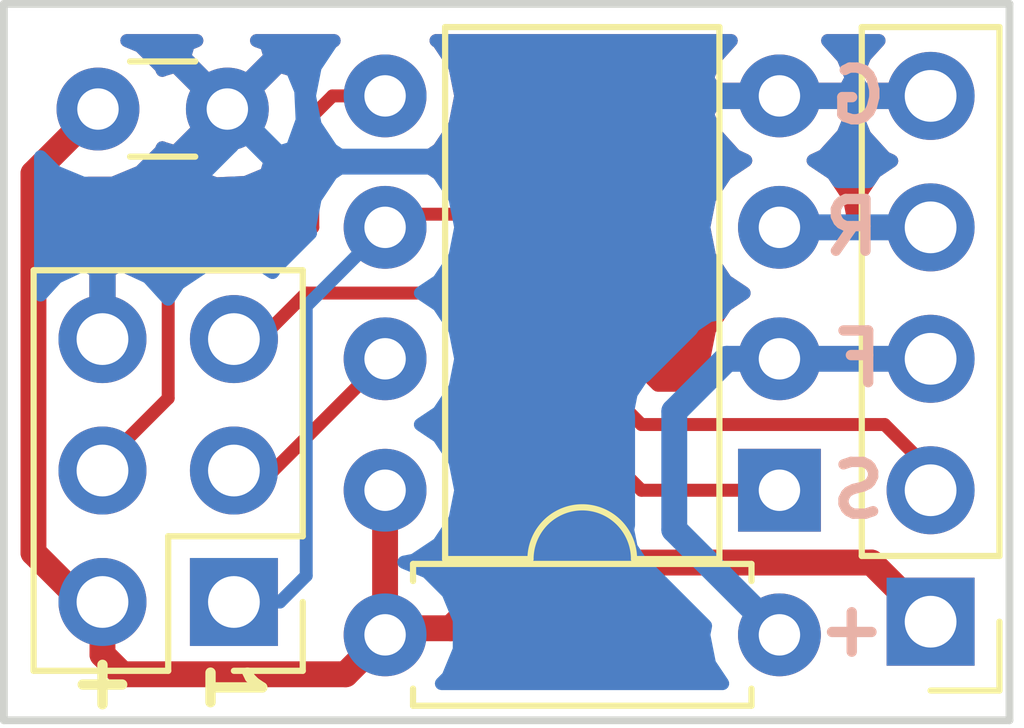
<source format=kicad_pcb>
(kicad_pcb (version 20171130) (host pcbnew 5.0.2+dfsg1-1)

  (general
    (thickness 1.6)
    (drawings 11)
    (tracks 57)
    (zones 0)
    (modules 5)
    (nets 9)
  )

  (page A4)
  (layers
    (0 F.Cu signal)
    (31 B.Cu signal)
    (32 B.Adhes user)
    (33 F.Adhes user)
    (34 B.Paste user)
    (35 F.Paste user)
    (36 B.SilkS user)
    (37 F.SilkS user)
    (38 B.Mask user)
    (39 F.Mask user)
    (40 Dwgs.User user)
    (41 Cmts.User user)
    (42 Eco1.User user)
    (43 Eco2.User user)
    (44 Edge.Cuts user)
    (45 Margin user)
    (46 B.CrtYd user)
    (47 F.CrtYd user)
    (48 B.Fab user)
    (49 F.Fab user)
  )

  (setup
    (last_trace_width 0.25)
    (user_trace_width 0.5)
    (trace_clearance 0.2)
    (zone_clearance 0.508)
    (zone_45_only no)
    (trace_min 0.2)
    (segment_width 0.2)
    (edge_width 0.15)
    (via_size 0.8)
    (via_drill 0.4)
    (via_min_size 0.4)
    (via_min_drill 0.3)
    (uvia_size 0.3)
    (uvia_drill 0.1)
    (uvias_allowed no)
    (uvia_min_size 0.2)
    (uvia_min_drill 0.1)
    (pcb_text_width 0.3)
    (pcb_text_size 1.5 1.5)
    (mod_edge_width 0.15)
    (mod_text_size 1 1)
    (mod_text_width 0.15)
    (pad_size 1.524 1.524)
    (pad_drill 0.762)
    (pad_to_mask_clearance 0.051)
    (solder_mask_min_width 0.25)
    (aux_axis_origin 0 0)
    (visible_elements FFFFFF7F)
    (pcbplotparams
      (layerselection 0x010fc_ffffffff)
      (usegerberextensions false)
      (usegerberattributes false)
      (usegerberadvancedattributes false)
      (creategerberjobfile false)
      (excludeedgelayer true)
      (linewidth 0.100000)
      (plotframeref false)
      (viasonmask false)
      (mode 1)
      (useauxorigin false)
      (hpglpennumber 1)
      (hpglpenspeed 20)
      (hpglpendiameter 15.000000)
      (psnegative false)
      (psa4output false)
      (plotreference true)
      (plotvalue true)
      (plotinvisibletext false)
      (padsonsilk false)
      (subtractmaskfromsilk false)
      (outputformat 1)
      (mirror false)
      (drillshape 1)
      (scaleselection 1)
      (outputdirectory ""))
  )

  (net 0 "")
  (net 1 GND)
  (net 2 "Net-(C1-Pad2)")
  (net 3 "Net-(J1-Pad2)")
  (net 4 "Net-(J1-Pad3)")
  (net 5 "Net-(J1-Pad4)")
  (net 6 "Net-(J2-Pad3)")
  (net 7 "Net-(J2-Pad4)")
  (net 8 "Net-(J2-Pad5)")

  (net_class Default "Dies ist die voreingestellte Netzklasse."
    (clearance 0.2)
    (trace_width 0.25)
    (via_dia 0.8)
    (via_drill 0.4)
    (uvia_dia 0.3)
    (uvia_drill 0.1)
    (add_net GND)
    (add_net "Net-(C1-Pad2)")
    (add_net "Net-(J1-Pad2)")
    (add_net "Net-(J1-Pad3)")
    (add_net "Net-(J1-Pad4)")
    (add_net "Net-(J2-Pad3)")
    (add_net "Net-(J2-Pad4)")
    (add_net "Net-(J2-Pad5)")
  )

  (module Package_DIP:DIP-8_W7.62mm (layer F.Cu) (tedit 5DE25070) (tstamp 5DE2530B)
    (at 112.268 79.883 180)
    (descr "8-lead though-hole mounted DIP package, row spacing 7.62 mm (300 mils)")
    (tags "THT DIP DIL PDIP 2.54mm 7.62mm 300mil")
    (path /5DE249C8)
    (fp_text reference U1 (at 3.81 -2.33 180) (layer F.SilkS) hide
      (effects (font (size 1 1) (thickness 0.15)))
    )
    (fp_text value ATtiny45-20PU (at 3.81 9.95 180) (layer F.Fab) hide
      (effects (font (size 1 1) (thickness 0.15)))
    )
    (fp_arc (start 3.81 -1.33) (end 2.81 -1.33) (angle -180) (layer F.SilkS) (width 0.12))
    (fp_line (start 1.635 -1.27) (end 6.985 -1.27) (layer F.Fab) (width 0.1))
    (fp_line (start 6.985 -1.27) (end 6.985 8.89) (layer F.Fab) (width 0.1))
    (fp_line (start 6.985 8.89) (end 0.635 8.89) (layer F.Fab) (width 0.1))
    (fp_line (start 0.635 8.89) (end 0.635 -0.27) (layer F.Fab) (width 0.1))
    (fp_line (start 0.635 -0.27) (end 1.635 -1.27) (layer F.Fab) (width 0.1))
    (fp_line (start 2.81 -1.33) (end 1.16 -1.33) (layer F.SilkS) (width 0.12))
    (fp_line (start 1.16 -1.33) (end 1.16 8.95) (layer F.SilkS) (width 0.12))
    (fp_line (start 1.16 8.95) (end 6.46 8.95) (layer F.SilkS) (width 0.12))
    (fp_line (start 6.46 8.95) (end 6.46 -1.33) (layer F.SilkS) (width 0.12))
    (fp_line (start 6.46 -1.33) (end 4.81 -1.33) (layer F.SilkS) (width 0.12))
    (fp_line (start -1.1 -1.55) (end -1.1 9.15) (layer F.CrtYd) (width 0.05))
    (fp_line (start -1.1 9.15) (end 8.7 9.15) (layer F.CrtYd) (width 0.05))
    (fp_line (start 8.7 9.15) (end 8.7 -1.55) (layer F.CrtYd) (width 0.05))
    (fp_line (start 8.7 -1.55) (end -1.1 -1.55) (layer F.CrtYd) (width 0.05))
    (fp_text user %R (at 3.81 3.81 180) (layer F.Fab) hide
      (effects (font (size 1 1) (thickness 0.15)))
    )
    (pad 1 thru_hole rect (at 0 0 180) (size 1.6 1.6) (drill 0.8) (layers *.Cu *.Mask)
      (net 8 "Net-(J2-Pad5)"))
    (pad 5 thru_hole oval (at 7.62 7.62 180) (size 1.6 1.6) (drill 0.8) (layers *.Cu *.Mask)
      (net 7 "Net-(J2-Pad4)"))
    (pad 2 thru_hole oval (at 0 2.54 180) (size 1.6 1.6) (drill 0.8) (layers *.Cu *.Mask)
      (net 4 "Net-(J1-Pad3)"))
    (pad 6 thru_hole oval (at 7.62 5.08 180) (size 1.6 1.6) (drill 0.8) (layers *.Cu *.Mask)
      (net 3 "Net-(J1-Pad2)"))
    (pad 3 thru_hole oval (at 0 5.08 180) (size 1.6 1.6) (drill 0.8) (layers *.Cu *.Mask)
      (net 5 "Net-(J1-Pad4)"))
    (pad 7 thru_hole oval (at 7.62 2.54 180) (size 1.6 1.6) (drill 0.8) (layers *.Cu *.Mask)
      (net 6 "Net-(J2-Pad3)"))
    (pad 4 thru_hole oval (at 0 7.62 180) (size 1.6 1.6) (drill 0.8) (layers *.Cu *.Mask)
      (net 1 GND))
    (pad 8 thru_hole oval (at 7.62 0 180) (size 1.6 1.6) (drill 0.8) (layers *.Cu *.Mask)
      (net 2 "Net-(C1-Pad2)"))
    (model ${KISYS3DMOD}/Package_DIP.3dshapes/DIP-8_W7.62mm.wrl
      (at (xyz 0 0 0))
      (scale (xyz 1 1 1))
      (rotate (xyz 0 0 0))
    )
  )

  (module Capacitor_THT:C_Disc_D3.0mm_W1.6mm_P2.50mm (layer F.Cu) (tedit 5DE25066) (tstamp 5DE252BF)
    (at 101.6 72.517 180)
    (descr "C, Disc series, Radial, pin pitch=2.50mm, , diameter*width=3.0*1.6mm^2, Capacitor, http://www.vishay.com/docs/45233/krseries.pdf")
    (tags "C Disc series Radial pin pitch 2.50mm  diameter 3.0mm width 1.6mm Capacitor")
    (path /5DE24E1B)
    (fp_text reference C1 (at 1.25 -2.05 180) (layer F.SilkS) hide
      (effects (font (size 1 1) (thickness 0.15)))
    )
    (fp_text value 47nF (at 1.25 2.05 180) (layer F.Fab) hide
      (effects (font (size 1 1) (thickness 0.15)))
    )
    (fp_line (start -0.25 -0.8) (end -0.25 0.8) (layer F.Fab) (width 0.1))
    (fp_line (start -0.25 0.8) (end 2.75 0.8) (layer F.Fab) (width 0.1))
    (fp_line (start 2.75 0.8) (end 2.75 -0.8) (layer F.Fab) (width 0.1))
    (fp_line (start 2.75 -0.8) (end -0.25 -0.8) (layer F.Fab) (width 0.1))
    (fp_line (start 0.621 -0.92) (end 1.879 -0.92) (layer F.SilkS) (width 0.12))
    (fp_line (start 0.621 0.92) (end 1.879 0.92) (layer F.SilkS) (width 0.12))
    (fp_line (start -1.05 -1.05) (end -1.05 1.05) (layer F.CrtYd) (width 0.05))
    (fp_line (start -1.05 1.05) (end 3.55 1.05) (layer F.CrtYd) (width 0.05))
    (fp_line (start 3.55 1.05) (end 3.55 -1.05) (layer F.CrtYd) (width 0.05))
    (fp_line (start 3.55 -1.05) (end -1.05 -1.05) (layer F.CrtYd) (width 0.05))
    (fp_text user %R (at 1.25 0 180) (layer F.Fab) hide
      (effects (font (size 0.6 0.6) (thickness 0.09)))
    )
    (pad 1 thru_hole circle (at 0 0 180) (size 1.6 1.6) (drill 0.8) (layers *.Cu *.Mask)
      (net 1 GND))
    (pad 2 thru_hole circle (at 2.5 0 180) (size 1.6 1.6) (drill 0.8) (layers *.Cu *.Mask)
      (net 2 "Net-(C1-Pad2)"))
    (model ${KISYS3DMOD}/Capacitor_THT.3dshapes/C_Disc_D3.0mm_W1.6mm_P2.50mm.wrl
      (at (xyz 0 0 0))
      (scale (xyz 1 1 1))
      (rotate (xyz 0 0 0))
    )
  )

  (module Connector_PinHeader_2.54mm:PinHeader_1x05_P2.54mm_Vertical (layer F.Cu) (tedit 5DE25093) (tstamp 5DE252D8)
    (at 115.189 82.423 180)
    (descr "Through hole straight pin header, 1x05, 2.54mm pitch, single row")
    (tags "Through hole pin header THT 1x05 2.54mm single row")
    (path /5DE24AD1)
    (fp_text reference J1 (at 0 -2.33 180) (layer F.SilkS) hide
      (effects (font (size 1 1) (thickness 0.15)))
    )
    (fp_text value Conn_01x05_Male (at 0 12.49 180) (layer F.Fab) hide
      (effects (font (size 1 1) (thickness 0.15)))
    )
    (fp_line (start -0.635 -1.27) (end 1.27 -1.27) (layer F.Fab) (width 0.1))
    (fp_line (start 1.27 -1.27) (end 1.27 11.43) (layer F.Fab) (width 0.1))
    (fp_line (start 1.27 11.43) (end -1.27 11.43) (layer F.Fab) (width 0.1))
    (fp_line (start -1.27 11.43) (end -1.27 -0.635) (layer F.Fab) (width 0.1))
    (fp_line (start -1.27 -0.635) (end -0.635 -1.27) (layer F.Fab) (width 0.1))
    (fp_line (start -1.33 11.49) (end 1.33 11.49) (layer F.SilkS) (width 0.12))
    (fp_line (start -1.33 1.27) (end -1.33 11.49) (layer F.SilkS) (width 0.12))
    (fp_line (start 1.33 1.27) (end 1.33 11.49) (layer F.SilkS) (width 0.12))
    (fp_line (start -1.33 1.27) (end 1.33 1.27) (layer F.SilkS) (width 0.12))
    (fp_line (start -1.33 0) (end -1.33 -1.33) (layer F.SilkS) (width 0.12))
    (fp_line (start -1.33 -1.33) (end 0 -1.33) (layer F.SilkS) (width 0.12))
    (fp_line (start -1.8 -1.8) (end -1.8 11.95) (layer F.CrtYd) (width 0.05))
    (fp_line (start -1.8 11.95) (end 1.8 11.95) (layer F.CrtYd) (width 0.05))
    (fp_line (start 1.8 11.95) (end 1.8 -1.8) (layer F.CrtYd) (width 0.05))
    (fp_line (start 1.8 -1.8) (end -1.8 -1.8) (layer F.CrtYd) (width 0.05))
    (fp_text user %R (at 0 5.08 270) (layer F.Fab) hide
      (effects (font (size 1 1) (thickness 0.15)))
    )
    (pad 1 thru_hole rect (at 0 0 180) (size 1.7 1.7) (drill 1) (layers *.Cu *.Mask)
      (net 2 "Net-(C1-Pad2)"))
    (pad 2 thru_hole oval (at 0 2.54 180) (size 1.7 1.7) (drill 1) (layers *.Cu *.Mask)
      (net 3 "Net-(J1-Pad2)"))
    (pad 3 thru_hole oval (at 0 5.08 180) (size 1.7 1.7) (drill 1) (layers *.Cu *.Mask)
      (net 4 "Net-(J1-Pad3)"))
    (pad 4 thru_hole oval (at 0 7.62 180) (size 1.7 1.7) (drill 1) (layers *.Cu *.Mask)
      (net 5 "Net-(J1-Pad4)"))
    (pad 5 thru_hole oval (at 0 10.16 180) (size 1.7 1.7) (drill 1) (layers *.Cu *.Mask)
      (net 1 GND))
    (model ${KISYS3DMOD}/Connector_PinHeader_2.54mm.3dshapes/PinHeader_1x05_P2.54mm_Vertical.wrl
      (at (xyz 0 0 0))
      (scale (xyz 1 1 1))
      (rotate (xyz 0 0 0))
    )
  )

  (module Resistor_THT:R_Axial_DIN0207_L6.3mm_D2.5mm_P7.62mm_Horizontal (layer F.Cu) (tedit 5DE25061) (tstamp 5DE252EF)
    (at 104.648 82.677)
    (descr "Resistor, Axial_DIN0207 series, Axial, Horizontal, pin pitch=7.62mm, 0.25W = 1/4W, length*diameter=6.3*2.5mm^2, http://cdn-reichelt.de/documents/datenblatt/B400/1_4W%23YAG.pdf")
    (tags "Resistor Axial_DIN0207 series Axial Horizontal pin pitch 7.62mm 0.25W = 1/4W length 6.3mm diameter 2.5mm")
    (path /5DE24CCE)
    (fp_text reference R1 (at 3.81 -2.37) (layer F.SilkS) hide
      (effects (font (size 1 1) (thickness 0.15)))
    )
    (fp_text value 10k (at 3.81 2.37) (layer F.Fab) hide
      (effects (font (size 1 1) (thickness 0.15)))
    )
    (fp_line (start 0.66 -1.25) (end 0.66 1.25) (layer F.Fab) (width 0.1))
    (fp_line (start 0.66 1.25) (end 6.96 1.25) (layer F.Fab) (width 0.1))
    (fp_line (start 6.96 1.25) (end 6.96 -1.25) (layer F.Fab) (width 0.1))
    (fp_line (start 6.96 -1.25) (end 0.66 -1.25) (layer F.Fab) (width 0.1))
    (fp_line (start 0 0) (end 0.66 0) (layer F.Fab) (width 0.1))
    (fp_line (start 7.62 0) (end 6.96 0) (layer F.Fab) (width 0.1))
    (fp_line (start 0.54 -1.04) (end 0.54 -1.37) (layer F.SilkS) (width 0.12))
    (fp_line (start 0.54 -1.37) (end 7.08 -1.37) (layer F.SilkS) (width 0.12))
    (fp_line (start 7.08 -1.37) (end 7.08 -1.04) (layer F.SilkS) (width 0.12))
    (fp_line (start 0.54 1.04) (end 0.54 1.37) (layer F.SilkS) (width 0.12))
    (fp_line (start 0.54 1.37) (end 7.08 1.37) (layer F.SilkS) (width 0.12))
    (fp_line (start 7.08 1.37) (end 7.08 1.04) (layer F.SilkS) (width 0.12))
    (fp_line (start -1.05 -1.5) (end -1.05 1.5) (layer F.CrtYd) (width 0.05))
    (fp_line (start -1.05 1.5) (end 8.67 1.5) (layer F.CrtYd) (width 0.05))
    (fp_line (start 8.67 1.5) (end 8.67 -1.5) (layer F.CrtYd) (width 0.05))
    (fp_line (start 8.67 -1.5) (end -1.05 -1.5) (layer F.CrtYd) (width 0.05))
    (fp_text user %R (at 3.81 0) (layer F.Fab) hide
      (effects (font (size 1 1) (thickness 0.15)))
    )
    (pad 1 thru_hole circle (at 0 0) (size 1.6 1.6) (drill 0.8) (layers *.Cu *.Mask)
      (net 2 "Net-(C1-Pad2)"))
    (pad 2 thru_hole oval (at 7.62 0) (size 1.6 1.6) (drill 0.8) (layers *.Cu *.Mask)
      (net 4 "Net-(J1-Pad3)"))
    (model ${KISYS3DMOD}/Resistor_THT.3dshapes/R_Axial_DIN0207_L6.3mm_D2.5mm_P7.62mm_Horizontal.wrl
      (at (xyz 0 0 0))
      (scale (xyz 1 1 1))
      (rotate (xyz 0 0 0))
    )
  )

  (module Connector_PinHeader_2.54mm:PinHeader_2x03_P2.54mm_Vertical (layer F.Cu) (tedit 5DE28A41) (tstamp 5DE2909D)
    (at 101.727 82.042 180)
    (descr "Through hole straight pin header, 2x03, 2.54mm pitch, double rows")
    (tags "Through hole pin header THT 2x03 2.54mm double row")
    (path /5DE26AC8)
    (fp_text reference J2 (at 1.27 -2.33 180) (layer F.SilkS) hide
      (effects (font (size 1 1) (thickness 0.15)))
    )
    (fp_text value AVR-ISP-6 (at 1.27 7.41 180) (layer F.Fab) hide
      (effects (font (size 1 1) (thickness 0.15)))
    )
    (fp_line (start 0 -1.27) (end 3.81 -1.27) (layer F.Fab) (width 0.1))
    (fp_line (start 3.81 -1.27) (end 3.81 6.35) (layer F.Fab) (width 0.1))
    (fp_line (start 3.81 6.35) (end -1.27 6.35) (layer F.Fab) (width 0.1))
    (fp_line (start -1.27 6.35) (end -1.27 0) (layer F.Fab) (width 0.1))
    (fp_line (start -1.27 0) (end 0 -1.27) (layer F.Fab) (width 0.1))
    (fp_line (start -1.33 6.41) (end 3.87 6.41) (layer F.SilkS) (width 0.12))
    (fp_line (start -1.33 1.27) (end -1.33 6.41) (layer F.SilkS) (width 0.12))
    (fp_line (start 3.87 -1.33) (end 3.87 6.41) (layer F.SilkS) (width 0.12))
    (fp_line (start -1.33 1.27) (end 1.27 1.27) (layer F.SilkS) (width 0.12))
    (fp_line (start 1.27 1.27) (end 1.27 -1.33) (layer F.SilkS) (width 0.12))
    (fp_line (start 1.27 -1.33) (end 3.87 -1.33) (layer F.SilkS) (width 0.12))
    (fp_line (start -1.33 0) (end -1.33 -1.33) (layer F.SilkS) (width 0.12))
    (fp_line (start -1.33 -1.33) (end 0 -1.33) (layer F.SilkS) (width 0.12))
    (fp_line (start -1.8 -1.8) (end -1.8 6.85) (layer F.CrtYd) (width 0.05))
    (fp_line (start -1.8 6.85) (end 4.35 6.85) (layer F.CrtYd) (width 0.05))
    (fp_line (start 4.35 6.85) (end 4.35 -1.8) (layer F.CrtYd) (width 0.05))
    (fp_line (start 4.35 -1.8) (end -1.8 -1.8) (layer F.CrtYd) (width 0.05))
    (fp_text user %R (at 1.27 2.54 270) (layer F.Fab) hide
      (effects (font (size 1 1) (thickness 0.15)))
    )
    (pad 1 thru_hole rect (at 0 0 180) (size 1.7 1.7) (drill 1) (layers *.Cu *.Mask)
      (net 3 "Net-(J1-Pad2)"))
    (pad 2 thru_hole oval (at 2.54 0 180) (size 1.7 1.7) (drill 1) (layers *.Cu *.Mask)
      (net 2 "Net-(C1-Pad2)"))
    (pad 3 thru_hole oval (at 0 2.54 180) (size 1.7 1.7) (drill 1) (layers *.Cu *.Mask)
      (net 6 "Net-(J2-Pad3)"))
    (pad 4 thru_hole oval (at 2.54 2.54 180) (size 1.7 1.7) (drill 1) (layers *.Cu *.Mask)
      (net 7 "Net-(J2-Pad4)"))
    (pad 5 thru_hole oval (at 0 5.08 180) (size 1.7 1.7) (drill 1) (layers *.Cu *.Mask)
      (net 8 "Net-(J2-Pad5)"))
    (pad 6 thru_hole oval (at 2.54 5.08 180) (size 1.7 1.7) (drill 1) (layers *.Cu *.Mask)
      (net 1 GND))
    (model ${KISYS3DMOD}/Connector_PinHeader_2.54mm.3dshapes/PinHeader_2x03_P2.54mm_Vertical.wrl
      (at (xyz 0 0 0))
      (scale (xyz 1 1 1))
      (rotate (xyz 0 0 0))
    )
  )

  (gr_line (start 97.282 70.485) (end 97.282 84.328) (angle 90) (layer Edge.Cuts) (width 0.15))
  (gr_line (start 116.713 70.485) (end 116.713 84.328) (angle 90) (layer Edge.Cuts) (width 0.15))
  (gr_line (start 97.282 84.328) (end 116.713 84.328) (angle 90) (layer Edge.Cuts) (width 0.15))
  (gr_line (start 97.282 70.485) (end 116.713 70.485) (angle 90) (layer Edge.Cuts) (width 0.15))
  (gr_text + (at 99.187 83.566) (layer F.SilkS)
    (effects (font (size 1 1) (thickness 0.2)))
  )
  (gr_text 1 (at 101.727 83.693 270) (layer F.SilkS)
    (effects (font (size 1 1) (thickness 0.2)))
  )
  (gr_text R (at 114.3 74.803) (layer B.SilkS)
    (effects (font (size 1 1) (thickness 0.2)) (justify left mirror))
  )
  (gr_text F (at 113.792 77.343) (layer B.SilkS)
    (effects (font (size 1 1) (thickness 0.2)) (justify mirror))
  )
  (gr_text S (at 113.792 79.883) (layer B.SilkS) (tstamp 5DFD02C7)
    (effects (font (size 1 1) (thickness 0.2)) (justify mirror))
  )
  (gr_text G (at 113.792 72.263) (layer B.SilkS)
    (effects (font (size 1 1) (thickness 0.2)) (justify mirror))
  )
  (gr_text + (at 113.665 82.55) (layer B.SilkS)
    (effects (font (size 1 1) (thickness 0.2)) (justify mirror))
  )

  (segment (start 112.268 72.263) (end 115.189 72.263) (width 0.5) (layer B.Cu) (net 1) (status C00000))
  (segment (start 115.189 72.263) (end 115.189 72.263) (width 0.5) (layer B.Cu) (net 1) (tstamp 5DEE8395) (status C00000))
  (segment (start 112.268 72.263) (end 109.474 72.263) (width 0.5) (layer B.Cu) (net 1) (status 400000))
  (segment (start 102.616 73.533) (end 101.6 72.517) (width 0.5) (layer B.Cu) (net 1) (tstamp 5DFD0047) (status 800000))
  (segment (start 108.204 73.533) (end 102.616 73.533) (width 0.5) (layer B.Cu) (net 1) (tstamp 5DFD0046))
  (segment (start 109.474 72.263) (end 108.204 73.533) (width 0.5) (layer B.Cu) (net 1) (tstamp 5DFD0045))
  (segment (start 99.187 76.962) (end 99.187 75.565) (width 0.5) (layer B.Cu) (net 1) (status 400000))
  (segment (start 101.6 73.152) (end 101.6 72.517) (width 0.5) (layer B.Cu) (net 1) (tstamp 5DFD004B) (status C00000))
  (segment (start 99.187 75.565) (end 101.6 73.152) (width 0.5) (layer B.Cu) (net 1) (tstamp 5DFD004A) (status 800000))
  (segment (start 104.648 82.677) (end 104.648 79.629) (width 0.5) (layer F.Cu) (net 2) (status 400000))
  (segment (start 104.648 82.55) (end 105.918 82.55) (width 0.5) (layer F.Cu) (net 2) (status 400000))
  (segment (start 114.046 81.28) (end 115.189 82.423) (width 0.5) (layer F.Cu) (net 2) (tstamp 5DEEA00E) (status 800000))
  (segment (start 107.188 81.28) (end 114.046 81.28) (width 0.5) (layer F.Cu) (net 2) (tstamp 5DEEA00D))
  (segment (start 105.918 82.55) (end 107.188 81.28) (width 0.5) (layer F.Cu) (net 2) (tstamp 5DEEA00C))
  (segment (start 99.187 82.042) (end 99.187 83.058) (width 0.5) (layer F.Cu) (net 2) (status 400000))
  (segment (start 103.886 83.439) (end 104.648 82.677) (width 0.5) (layer F.Cu) (net 2) (tstamp 5DEEAAE3) (status 800000))
  (segment (start 99.568 83.439) (end 103.886 83.439) (width 0.5) (layer F.Cu) (net 2) (tstamp 5DEEAAE2))
  (segment (start 99.187 83.058) (end 99.568 83.439) (width 0.5) (layer F.Cu) (net 2) (tstamp 5DEEAAE1))
  (segment (start 99.187 82.042) (end 98.806 82.042) (width 0.5) (layer F.Cu) (net 2) (status C00000))
  (segment (start 97.8535 73.7635) (end 99.1 72.517) (width 0.5) (layer F.Cu) (net 2) (tstamp 5DFD0050) (status 800000))
  (segment (start 97.8535 81.0895) (end 97.8535 73.7635) (width 0.5) (layer F.Cu) (net 2) (tstamp 5DFD004F))
  (segment (start 98.806 82.042) (end 97.8535 81.0895) (width 0.5) (layer F.Cu) (net 2) (tstamp 5DFD004E))
  (segment (start 115.189 79.883) (end 115.189 79.502) (width 0.25) (layer F.Cu) (net 3) (status C00000))
  (segment (start 106.553 74.549) (end 104.648 74.549) (width 0.25) (layer F.Cu) (net 3) (tstamp 5DEEA029) (status 800000))
  (segment (start 107.442 75.438) (end 106.553 74.549) (width 0.25) (layer F.Cu) (net 3) (tstamp 5DEEA028))
  (segment (start 107.442 76.454) (end 107.442 75.438) (width 0.25) (layer F.Cu) (net 3) (tstamp 5DEEA026))
  (segment (start 109.601 78.613) (end 107.442 76.454) (width 0.25) (layer F.Cu) (net 3) (tstamp 5DEEA024))
  (segment (start 114.3 78.613) (end 109.601 78.613) (width 0.25) (layer F.Cu) (net 3) (tstamp 5DEEA022))
  (segment (start 115.189 79.502) (end 114.3 78.613) (width 0.25) (layer F.Cu) (net 3) (tstamp 5DEEA021))
  (segment (start 101.727 82.042) (end 102.616 82.042) (width 0.25) (layer B.Cu) (net 3) (status 400000))
  (segment (start 103.124 76.327) (end 104.648 74.803) (width 0.25) (layer B.Cu) (net 3) (tstamp 5DEEAB07) (status 800000))
  (segment (start 103.124 81.534) (end 103.124 76.327) (width 0.25) (layer B.Cu) (net 3) (tstamp 5DEEAB06))
  (segment (start 102.616 82.042) (end 103.124 81.534) (width 0.25) (layer B.Cu) (net 3) (tstamp 5DEEAB05))
  (segment (start 112.268 77.343) (end 115.189 77.343) (width 0.5) (layer B.Cu) (net 4) (status C00000))
  (segment (start 115.189 77.343) (end 115.189 77.343) (width 0.5) (layer B.Cu) (net 4) (tstamp 5DEE839B) (status C00000))
  (segment (start 112.268 77.343) (end 111.252 77.343) (width 0.5) (layer B.Cu) (net 4) (status 400000))
  (segment (start 110.236 80.645) (end 112.268 82.677) (width 0.5) (layer B.Cu) (net 4) (tstamp 5DFD0AA3) (status 800000))
  (segment (start 110.236 78.359) (end 110.236 80.645) (width 0.5) (layer B.Cu) (net 4) (tstamp 5DFD0AA2))
  (segment (start 111.252 77.343) (end 110.236 78.359) (width 0.5) (layer B.Cu) (net 4) (tstamp 5DFD0AA1))
  (segment (start 112.268 74.803) (end 115.189 74.803) (width 0.5) (layer B.Cu) (net 5) (status C00000))
  (segment (start 115.189 74.803) (end 115.189 74.803) (width 0.5) (layer B.Cu) (net 5) (tstamp 5DEE8398) (status C00000))
  (segment (start 101.727 79.502) (end 102.489 79.502) (width 0.25) (layer F.Cu) (net 6) (status 400000))
  (segment (start 102.489 79.502) (end 104.648 77.343) (width 0.25) (layer F.Cu) (net 6) (tstamp 5DEEAB02) (status 800000))
  (segment (start 99.187 79.502) (end 99.187 79.375) (width 0.25) (layer F.Cu) (net 7) (status C00000))
  (segment (start 103.632 72.263) (end 104.648 72.263) (width 0.25) (layer F.Cu) (net 7) (tstamp 5DEEAAF6) (status 800000))
  (segment (start 103.251 72.644) (end 103.632 72.263) (width 0.25) (layer F.Cu) (net 7) (tstamp 5DEEAAF5))
  (segment (start 103.251 74.803) (end 103.251 72.644) (width 0.25) (layer F.Cu) (net 7) (tstamp 5DEEAAF4))
  (segment (start 102.489 75.565) (end 103.251 74.803) (width 0.25) (layer F.Cu) (net 7) (tstamp 5DEEAAF3))
  (segment (start 100.838 75.565) (end 102.489 75.565) (width 0.25) (layer F.Cu) (net 7) (tstamp 5DEEAAF2))
  (segment (start 100.457 75.946) (end 100.838 75.565) (width 0.25) (layer F.Cu) (net 7) (tstamp 5DEEAAF1))
  (segment (start 100.457 78.105) (end 100.457 75.946) (width 0.25) (layer F.Cu) (net 7) (tstamp 5DEEAAEF))
  (segment (start 99.187 79.375) (end 100.457 78.105) (width 0.25) (layer F.Cu) (net 7) (tstamp 5DEEAAEE) (status 400000))
  (segment (start 101.727 76.962) (end 102.235 76.962) (width 0.25) (layer F.Cu) (net 8) (status C00000))
  (segment (start 109.601 79.883) (end 112.268 79.883) (width 0.25) (layer F.Cu) (net 8) (tstamp 5DEEAAFE) (status 800000))
  (segment (start 105.791 76.073) (end 109.601 79.883) (width 0.25) (layer F.Cu) (net 8) (tstamp 5DEEAAFC))
  (segment (start 103.124 76.073) (end 105.791 76.073) (width 0.25) (layer F.Cu) (net 8) (tstamp 5DEEAAFA))
  (segment (start 102.235 76.962) (end 103.124 76.073) (width 0.25) (layer F.Cu) (net 8) (tstamp 5DEEAAF9))

  (zone (net 1) (net_name GND) (layer B.Cu) (tstamp 5DFD0AD7) (hatch edge 0.508)
    (connect_pads (clearance 0.508))
    (min_thickness 0.254)
    (fill yes (arc_segments 16) (thermal_gap 0.508) (thermal_bridge_width 0.508))
    (polygon
      (pts
        (xy 116.586 84.328) (xy 97.282 84.328) (xy 97.282 70.485) (xy 116.586 70.485)
      )
    )
    (filled_polygon
      (pts
        (xy 111.036959 71.525577) (xy 110.876096 71.913961) (xy 110.998085 72.136) (xy 112.141 72.136) (xy 112.141 72.116)
        (xy 112.395 72.116) (xy 112.395 72.136) (xy 113.537915 72.136) (xy 113.659904 71.913961) (xy 113.499041 71.525577)
        (xy 113.19958 71.195) (xy 114.191736 71.195) (xy 113.917355 71.496076) (xy 113.747524 71.90611) (xy 113.868845 72.136)
        (xy 115.062 72.136) (xy 115.062 72.116) (xy 115.316 72.116) (xy 115.316 72.136) (xy 115.336 72.136)
        (xy 115.336 72.39) (xy 115.316 72.39) (xy 115.316 72.41) (xy 115.062 72.41) (xy 115.062 72.39)
        (xy 113.868845 72.39) (xy 113.747524 72.61989) (xy 113.917355 73.029924) (xy 114.307642 73.458183) (xy 114.437478 73.519157)
        (xy 114.118375 73.732375) (xy 113.994344 73.918) (xy 113.402521 73.918) (xy 113.302577 73.768423) (xy 112.918892 73.512053)
        (xy 113.123134 73.415389) (xy 113.499041 73.000423) (xy 113.659904 72.612039) (xy 113.537915 72.39) (xy 112.395 72.39)
        (xy 112.395 72.41) (xy 112.141 72.41) (xy 112.141 72.39) (xy 110.998085 72.39) (xy 110.876096 72.612039)
        (xy 111.036959 73.000423) (xy 111.412866 73.415389) (xy 111.617108 73.512053) (xy 111.233423 73.768423) (xy 110.91626 74.243091)
        (xy 110.804887 74.803) (xy 110.91626 75.362909) (xy 111.233423 75.837577) (xy 111.585758 76.073) (xy 111.233423 76.308423)
        (xy 111.128673 76.465193) (xy 110.90669 76.509348) (xy 110.687845 76.655576) (xy 110.687844 76.655577) (xy 110.613951 76.704951)
        (xy 110.564577 76.778844) (xy 109.671847 77.671575) (xy 109.597951 77.720951) (xy 109.402348 78.013691) (xy 109.351 78.271836)
        (xy 109.351 78.271839) (xy 109.333663 78.359) (xy 109.351 78.446161) (xy 109.351001 80.557835) (xy 109.333663 80.645)
        (xy 109.402348 80.990309) (xy 109.548576 81.209154) (xy 109.548578 81.209156) (xy 109.597952 81.283049) (xy 109.671845 81.332423)
        (xy 110.839983 82.500561) (xy 110.804887 82.677) (xy 110.91626 83.236909) (xy 111.170897 83.618) (xy 105.736396 83.618)
        (xy 105.864534 83.489862) (xy 106.083 82.962439) (xy 106.083 82.391561) (xy 105.864534 81.864138) (xy 105.460862 81.460466)
        (xy 105.010643 81.273979) (xy 105.207909 81.23474) (xy 105.682577 80.917577) (xy 105.99974 80.442909) (xy 106.111113 79.883)
        (xy 105.99974 79.323091) (xy 105.682577 78.848423) (xy 105.330242 78.613) (xy 105.682577 78.377577) (xy 105.99974 77.902909)
        (xy 106.111113 77.343) (xy 105.99974 76.783091) (xy 105.682577 76.308423) (xy 105.330242 76.073) (xy 105.682577 75.837577)
        (xy 105.99974 75.362909) (xy 106.111113 74.803) (xy 105.99974 74.243091) (xy 105.682577 73.768423) (xy 105.330242 73.533)
        (xy 105.682577 73.297577) (xy 105.99974 72.822909) (xy 106.111113 72.263) (xy 105.99974 71.703091) (xy 105.682577 71.228423)
        (xy 105.632556 71.195) (xy 111.33642 71.195)
      )
    )
    (filled_polygon
      (pts
        (xy 100.845995 71.263136) (xy 100.771861 71.509255) (xy 101.6 72.337395) (xy 102.428139 71.509255) (xy 102.354005 71.263136)
        (xy 102.164443 71.195) (xy 103.663444 71.195) (xy 103.613423 71.228423) (xy 103.29626 71.703091) (xy 103.184887 72.263)
        (xy 103.29626 72.822909) (xy 103.613423 73.297577) (xy 103.965758 73.533) (xy 103.613423 73.768423) (xy 103.29626 74.243091)
        (xy 103.184887 74.803) (xy 103.207171 74.915027) (xy 102.639528 75.482671) (xy 102.576072 75.525071) (xy 102.533672 75.588527)
        (xy 102.533671 75.588528) (xy 102.475246 75.675968) (xy 102.306418 75.563161) (xy 101.873256 75.477) (xy 101.580744 75.477)
        (xy 101.147582 75.563161) (xy 100.656375 75.891375) (xy 100.455647 76.191786) (xy 100.068358 75.766817) (xy 99.543892 75.520514)
        (xy 99.314 75.641181) (xy 99.314 76.835) (xy 99.334 76.835) (xy 99.334 77.089) (xy 99.314 77.089)
        (xy 99.314 77.109) (xy 99.06 77.109) (xy 99.06 77.089) (xy 99.04 77.089) (xy 99.04 76.835)
        (xy 99.06 76.835) (xy 99.06 75.641181) (xy 98.830108 75.520514) (xy 98.305642 75.766817) (xy 97.992 76.110974)
        (xy 97.992 73.438396) (xy 98.287138 73.733534) (xy 98.814561 73.952) (xy 99.385439 73.952) (xy 99.912862 73.733534)
        (xy 100.121651 73.524745) (xy 100.771861 73.524745) (xy 100.845995 73.770864) (xy 101.383223 73.963965) (xy 101.953454 73.936778)
        (xy 102.354005 73.770864) (xy 102.428139 73.524745) (xy 101.6 72.696605) (xy 100.771861 73.524745) (xy 100.121651 73.524745)
        (xy 100.316534 73.329862) (xy 100.343525 73.264701) (xy 100.346136 73.271005) (xy 100.592255 73.345139) (xy 101.420395 72.517)
        (xy 101.779605 72.517) (xy 102.607745 73.345139) (xy 102.853864 73.271005) (xy 103.046965 72.733777) (xy 103.019778 72.163546)
        (xy 102.853864 71.762995) (xy 102.607745 71.688861) (xy 101.779605 72.517) (xy 101.420395 72.517) (xy 100.592255 71.688861)
        (xy 100.346136 71.762995) (xy 100.34371 71.769746) (xy 100.316534 71.704138) (xy 99.912862 71.300466) (xy 99.658245 71.195)
        (xy 101.01049 71.195)
      )
    )
  )
  (zone (net 1) (net_name GND) (layer F.Cu) (tstamp 5DFD0AD4) (hatch edge 0.508)
    (connect_pads (clearance 0.508))
    (min_thickness 0.254)
    (fill yes (arc_segments 16) (thermal_gap 0.508) (thermal_bridge_width 0.508))
    (polygon
      (pts
        (xy 116.586 84.328) (xy 97.282 84.328) (xy 97.282 70.485) (xy 116.586 70.485)
      )
    )
    (filled_polygon
      (pts
        (xy 111.036959 71.525577) (xy 110.876096 71.913961) (xy 110.998085 72.136) (xy 112.141 72.136) (xy 112.141 72.116)
        (xy 112.395 72.116) (xy 112.395 72.136) (xy 113.537915 72.136) (xy 113.659904 71.913961) (xy 113.499041 71.525577)
        (xy 113.19958 71.195) (xy 114.191736 71.195) (xy 113.917355 71.496076) (xy 113.747524 71.90611) (xy 113.868845 72.136)
        (xy 115.062 72.136) (xy 115.062 72.116) (xy 115.316 72.116) (xy 115.316 72.136) (xy 115.336 72.136)
        (xy 115.336 72.39) (xy 115.316 72.39) (xy 115.316 72.41) (xy 115.062 72.41) (xy 115.062 72.39)
        (xy 113.868845 72.39) (xy 113.747524 72.61989) (xy 113.917355 73.029924) (xy 114.307642 73.458183) (xy 114.437478 73.519157)
        (xy 114.118375 73.732375) (xy 113.790161 74.223582) (xy 113.70301 74.661719) (xy 113.61974 74.243091) (xy 113.302577 73.768423)
        (xy 112.918892 73.512053) (xy 113.123134 73.415389) (xy 113.499041 73.000423) (xy 113.659904 72.612039) (xy 113.537915 72.39)
        (xy 112.395 72.39) (xy 112.395 72.41) (xy 112.141 72.41) (xy 112.141 72.39) (xy 110.998085 72.39)
        (xy 110.876096 72.612039) (xy 111.036959 73.000423) (xy 111.412866 73.415389) (xy 111.617108 73.512053) (xy 111.233423 73.768423)
        (xy 110.91626 74.243091) (xy 110.804887 74.803) (xy 110.91626 75.362909) (xy 111.233423 75.837577) (xy 111.585758 76.073)
        (xy 111.233423 76.308423) (xy 110.91626 76.783091) (xy 110.804887 77.343) (xy 110.906332 77.853) (xy 109.915802 77.853)
        (xy 108.202 76.139199) (xy 108.202 75.512847) (xy 108.216888 75.438) (xy 108.202 75.363153) (xy 108.202 75.363148)
        (xy 108.157904 75.141463) (xy 107.989929 74.890071) (xy 107.926473 74.847671) (xy 107.143331 74.06453) (xy 107.100929 74.001071)
        (xy 106.849537 73.833096) (xy 106.627852 73.789) (xy 106.627847 73.789) (xy 106.553 73.774112) (xy 106.478153 73.789)
        (xy 105.696326 73.789) (xy 105.682577 73.768423) (xy 105.330242 73.533) (xy 105.682577 73.297577) (xy 105.99974 72.822909)
        (xy 106.111113 72.263) (xy 105.99974 71.703091) (xy 105.682577 71.228423) (xy 105.632556 71.195) (xy 111.33642 71.195)
      )
    )
    (filled_polygon
      (pts
        (xy 100.845995 71.263136) (xy 100.771861 71.509255) (xy 101.6 72.337395) (xy 102.428139 71.509255) (xy 102.354005 71.263136)
        (xy 102.164443 71.195) (xy 103.663444 71.195) (xy 103.613423 71.228423) (xy 103.606192 71.239245) (xy 103.557152 71.249)
        (xy 103.557148 71.249) (xy 103.335463 71.293096) (xy 103.084071 71.461071) (xy 103.041671 71.524528) (xy 102.814931 71.751268)
        (xy 102.607745 71.688861) (xy 101.779605 72.517) (xy 101.793748 72.531142) (xy 101.614142 72.710748) (xy 101.6 72.696605)
        (xy 100.771861 73.524745) (xy 100.845995 73.770864) (xy 101.383223 73.963965) (xy 101.953454 73.936778) (xy 102.354005 73.770864)
        (xy 102.428139 73.524747) (xy 102.491001 73.587609) (xy 102.491 74.488198) (xy 102.174199 74.805) (xy 100.912846 74.805)
        (xy 100.837999 74.790112) (xy 100.763152 74.805) (xy 100.763148 74.805) (xy 100.541463 74.849096) (xy 100.290071 75.017071)
        (xy 100.247671 75.080528) (xy 99.972527 75.355671) (xy 99.909072 75.398071) (xy 99.866672 75.461527) (xy 99.866671 75.461528)
        (xy 99.759577 75.621805) (xy 99.543892 75.520514) (xy 99.314 75.641181) (xy 99.314 76.835) (xy 99.334 76.835)
        (xy 99.334 77.089) (xy 99.314 77.089) (xy 99.314 77.109) (xy 99.06 77.109) (xy 99.06 77.089)
        (xy 99.04 77.089) (xy 99.04 76.835) (xy 99.06 76.835) (xy 99.06 75.641181) (xy 98.830108 75.520514)
        (xy 98.7385 75.563536) (xy 98.7385 74.130078) (xy 98.916578 73.952) (xy 99.385439 73.952) (xy 99.912862 73.733534)
        (xy 100.316534 73.329862) (xy 100.343525 73.264701) (xy 100.346136 73.271005) (xy 100.592255 73.345139) (xy 101.420395 72.517)
        (xy 100.592255 71.688861) (xy 100.346136 71.762995) (xy 100.34371 71.769746) (xy 100.316534 71.704138) (xy 99.912862 71.300466)
        (xy 99.658245 71.195) (xy 101.01049 71.195)
      )
    )
  )
)

</source>
